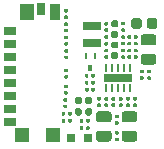
<source format=gbr>
%TF.GenerationSoftware,KiCad,Pcbnew,(5.1.6)-1*%
%TF.CreationDate,2021-06-02T19:48:48-07:00*%
%TF.ProjectId,Miniscope-v4-Wire-Free,4d696e69-7363-46f7-9065-2d76342d5769,rev?*%
%TF.SameCoordinates,Original*%
%TF.FileFunction,Paste,Top*%
%TF.FilePolarity,Positive*%
%FSLAX46Y46*%
G04 Gerber Fmt 4.6, Leading zero omitted, Abs format (unit mm)*
G04 Created by KiCad (PCBNEW (5.1.6)-1) date 2021-06-02 19:48:48*
%MOMM*%
%LPD*%
G01*
G04 APERTURE LIST*
%ADD10R,0.900000X1.400000*%
%ADD11R,0.700000X1.000000*%
%ADD12R,1.200000X1.450000*%
%ADD13R,1.000000X0.700000*%
%ADD14R,1.200000X1.150000*%
%ADD15R,2.390000X0.640000*%
%ADD16R,0.270000X0.640000*%
%ADD17R,0.300000X0.490000*%
%ADD18R,0.210000X0.490000*%
%ADD19R,1.500000X0.800000*%
%ADD20R,0.770000X0.710000*%
G04 APERTURE END LIST*
%TO.C,R11*%
G36*
G01*
X85105900Y-59065760D02*
X84920900Y-59065760D01*
G75*
G02*
X84843400Y-58988260I0J77500D01*
G01*
X84843400Y-58833260D01*
G75*
G02*
X84920900Y-58755760I77500J0D01*
G01*
X85105900Y-58755760D01*
G75*
G02*
X85183400Y-58833260I0J-77500D01*
G01*
X85183400Y-58988260D01*
G75*
G02*
X85105900Y-59065760I-77500J0D01*
G01*
G37*
G36*
G01*
X85105900Y-59615760D02*
X84920900Y-59615760D01*
G75*
G02*
X84843400Y-59538260I0J77500D01*
G01*
X84843400Y-59383260D01*
G75*
G02*
X84920900Y-59305760I77500J0D01*
G01*
X85105900Y-59305760D01*
G75*
G02*
X85183400Y-59383260I0J-77500D01*
G01*
X85183400Y-59538260D01*
G75*
G02*
X85105900Y-59615760I-77500J0D01*
G01*
G37*
%TD*%
%TO.C,C28*%
G36*
G01*
X89933500Y-61302800D02*
X89748500Y-61302800D01*
G75*
G02*
X89671000Y-61225300I0J77500D01*
G01*
X89671000Y-61070300D01*
G75*
G02*
X89748500Y-60992800I77500J0D01*
G01*
X89933500Y-60992800D01*
G75*
G02*
X90011000Y-61070300I0J-77500D01*
G01*
X90011000Y-61225300D01*
G75*
G02*
X89933500Y-61302800I-77500J0D01*
G01*
G37*
G36*
G01*
X89933500Y-61852800D02*
X89748500Y-61852800D01*
G75*
G02*
X89671000Y-61775300I0J77500D01*
G01*
X89671000Y-61620300D01*
G75*
G02*
X89748500Y-61542800I77500J0D01*
G01*
X89933500Y-61542800D01*
G75*
G02*
X90011000Y-61620300I0J-77500D01*
G01*
X90011000Y-61775300D01*
G75*
G02*
X89933500Y-61852800I-77500J0D01*
G01*
G37*
%TD*%
%TO.C,R14*%
G36*
G01*
X84945800Y-67527900D02*
X84945800Y-67712900D01*
G75*
G02*
X84868300Y-67790400I-77500J0D01*
G01*
X84713300Y-67790400D01*
G75*
G02*
X84635800Y-67712900I0J77500D01*
G01*
X84635800Y-67527900D01*
G75*
G02*
X84713300Y-67450400I77500J0D01*
G01*
X84868300Y-67450400D01*
G75*
G02*
X84945800Y-67527900I0J-77500D01*
G01*
G37*
G36*
G01*
X85495800Y-67527900D02*
X85495800Y-67712900D01*
G75*
G02*
X85418300Y-67790400I-77500J0D01*
G01*
X85263300Y-67790400D01*
G75*
G02*
X85185800Y-67712900I0J77500D01*
G01*
X85185800Y-67527900D01*
G75*
G02*
X85263300Y-67450400I77500J0D01*
G01*
X85418300Y-67450400D01*
G75*
G02*
X85495800Y-67527900I0J-77500D01*
G01*
G37*
%TD*%
%TO.C,R13*%
G36*
G01*
X84942000Y-68137500D02*
X84942000Y-68322500D01*
G75*
G02*
X84864500Y-68400000I-77500J0D01*
G01*
X84709500Y-68400000D01*
G75*
G02*
X84632000Y-68322500I0J77500D01*
G01*
X84632000Y-68137500D01*
G75*
G02*
X84709500Y-68060000I77500J0D01*
G01*
X84864500Y-68060000D01*
G75*
G02*
X84942000Y-68137500I0J-77500D01*
G01*
G37*
G36*
G01*
X85492000Y-68137500D02*
X85492000Y-68322500D01*
G75*
G02*
X85414500Y-68400000I-77500J0D01*
G01*
X85259500Y-68400000D01*
G75*
G02*
X85182000Y-68322500I0J77500D01*
G01*
X85182000Y-68137500D01*
G75*
G02*
X85259500Y-68060000I77500J0D01*
G01*
X85414500Y-68060000D01*
G75*
G02*
X85492000Y-68137500I0J-77500D01*
G01*
G37*
%TD*%
%TO.C,R12*%
G36*
G01*
X84915820Y-60438600D02*
X85100820Y-60438600D01*
G75*
G02*
X85178320Y-60516100I0J-77500D01*
G01*
X85178320Y-60671100D01*
G75*
G02*
X85100820Y-60748600I-77500J0D01*
G01*
X84915820Y-60748600D01*
G75*
G02*
X84838320Y-60671100I0J77500D01*
G01*
X84838320Y-60516100D01*
G75*
G02*
X84915820Y-60438600I77500J0D01*
G01*
G37*
G36*
G01*
X84915820Y-59888600D02*
X85100820Y-59888600D01*
G75*
G02*
X85178320Y-59966100I0J-77500D01*
G01*
X85178320Y-60121100D01*
G75*
G02*
X85100820Y-60198600I-77500J0D01*
G01*
X84915820Y-60198600D01*
G75*
G02*
X84838320Y-60121100I0J77500D01*
G01*
X84838320Y-59966100D01*
G75*
G02*
X84915820Y-59888600I77500J0D01*
G01*
G37*
%TD*%
%TO.C,C35*%
G36*
G01*
X88959800Y-62416000D02*
X89299800Y-62416000D01*
G75*
G02*
X89444800Y-62561000I0J-145000D01*
G01*
X89444800Y-62851000D01*
G75*
G02*
X89299800Y-62996000I-145000J0D01*
G01*
X88959800Y-62996000D01*
G75*
G02*
X88814800Y-62851000I0J145000D01*
G01*
X88814800Y-62561000D01*
G75*
G02*
X88959800Y-62416000I145000J0D01*
G01*
G37*
G36*
G01*
X88959800Y-61526000D02*
X89299800Y-61526000D01*
G75*
G02*
X89444800Y-61671000I0J-145000D01*
G01*
X89444800Y-61961000D01*
G75*
G02*
X89299800Y-62106000I-145000J0D01*
G01*
X88959800Y-62106000D01*
G75*
G02*
X88814800Y-61961000I0J145000D01*
G01*
X88814800Y-61671000D01*
G75*
G02*
X88959800Y-61526000I145000J0D01*
G01*
G37*
%TD*%
%TO.C,L3*%
G36*
G01*
X91408400Y-59750900D02*
X91408400Y-60225900D01*
G75*
G02*
X91185900Y-60448400I-222500J0D01*
G01*
X90740900Y-60448400D01*
G75*
G02*
X90518400Y-60225900I0J222500D01*
G01*
X90518400Y-59750900D01*
G75*
G02*
X90740900Y-59528400I222500J0D01*
G01*
X91185900Y-59528400D01*
G75*
G02*
X91408400Y-59750900I0J-222500D01*
G01*
G37*
G36*
G01*
X92738400Y-59750900D02*
X92738400Y-60225900D01*
G75*
G02*
X92515900Y-60448400I-222500J0D01*
G01*
X92070900Y-60448400D01*
G75*
G02*
X91848400Y-60225900I0J222500D01*
G01*
X91848400Y-59750900D01*
G75*
G02*
X92070900Y-59528400I222500J0D01*
G01*
X92515900Y-59528400D01*
G75*
G02*
X92738400Y-59750900I0J-222500D01*
G01*
G37*
%TD*%
%TO.C,C26*%
G36*
G01*
X88959800Y-60625800D02*
X89299800Y-60625800D01*
G75*
G02*
X89444800Y-60770800I0J-145000D01*
G01*
X89444800Y-61060800D01*
G75*
G02*
X89299800Y-61205800I-145000J0D01*
G01*
X88959800Y-61205800D01*
G75*
G02*
X88814800Y-61060800I0J145000D01*
G01*
X88814800Y-60770800D01*
G75*
G02*
X88959800Y-60625800I145000J0D01*
G01*
G37*
G36*
G01*
X88959800Y-59735800D02*
X89299800Y-59735800D01*
G75*
G02*
X89444800Y-59880800I0J-145000D01*
G01*
X89444800Y-60170800D01*
G75*
G02*
X89299800Y-60315800I-145000J0D01*
G01*
X88959800Y-60315800D01*
G75*
G02*
X88814800Y-60170800I0J145000D01*
G01*
X88814800Y-59880800D01*
G75*
G02*
X88959800Y-59735800I145000J0D01*
G01*
G37*
%TD*%
D10*
%TO.C,J1*%
X84040000Y-59000000D03*
D11*
X82890000Y-58800000D03*
D12*
X81740000Y-59025000D03*
D13*
X80250000Y-60650000D03*
X80250000Y-61750000D03*
X80250000Y-67250000D03*
X80250000Y-66150000D03*
X80250000Y-62850000D03*
X80250000Y-63950000D03*
X80250000Y-65050000D03*
X80250000Y-68350000D03*
D14*
X81300000Y-69425000D03*
X83890000Y-69425000D03*
%TD*%
D15*
%TO.C,U3*%
X89434600Y-64597800D03*
D16*
X90434600Y-65437800D03*
X89934600Y-65437800D03*
X89434600Y-65437800D03*
X88934600Y-65437800D03*
X88434600Y-65437800D03*
X88434600Y-63757800D03*
X88934600Y-63757800D03*
X89434600Y-63757800D03*
X89934600Y-63757800D03*
X90434600Y-63757800D03*
%TD*%
%TO.C,L1*%
G36*
G01*
X88642900Y-69997600D02*
X87787900Y-69997600D01*
G75*
G02*
X87555400Y-69765100I0J232500D01*
G01*
X87555400Y-69300100D01*
G75*
G02*
X87787900Y-69067600I232500J0D01*
G01*
X88642900Y-69067600D01*
G75*
G02*
X88875400Y-69300100I0J-232500D01*
G01*
X88875400Y-69765100D01*
G75*
G02*
X88642900Y-69997600I-232500J0D01*
G01*
G37*
G36*
G01*
X88642900Y-68357600D02*
X87787900Y-68357600D01*
G75*
G02*
X87555400Y-68125100I0J232500D01*
G01*
X87555400Y-67660100D01*
G75*
G02*
X87787900Y-67427600I232500J0D01*
G01*
X88642900Y-67427600D01*
G75*
G02*
X88875400Y-67660100I0J-232500D01*
G01*
X88875400Y-68125100D01*
G75*
G02*
X88642900Y-68357600I-232500J0D01*
G01*
G37*
%TD*%
%TO.C,C19*%
G36*
G01*
X90466900Y-61302800D02*
X90281900Y-61302800D01*
G75*
G02*
X90204400Y-61225300I0J77500D01*
G01*
X90204400Y-61070300D01*
G75*
G02*
X90281900Y-60992800I77500J0D01*
G01*
X90466900Y-60992800D01*
G75*
G02*
X90544400Y-61070300I0J-77500D01*
G01*
X90544400Y-61225300D01*
G75*
G02*
X90466900Y-61302800I-77500J0D01*
G01*
G37*
G36*
G01*
X90466900Y-61852800D02*
X90281900Y-61852800D01*
G75*
G02*
X90204400Y-61775300I0J77500D01*
G01*
X90204400Y-61620300D01*
G75*
G02*
X90281900Y-61542800I77500J0D01*
G01*
X90466900Y-61542800D01*
G75*
G02*
X90544400Y-61620300I0J-77500D01*
G01*
X90544400Y-61775300D01*
G75*
G02*
X90466900Y-61852800I-77500J0D01*
G01*
G37*
%TD*%
%TO.C,C24*%
G36*
G01*
X89748500Y-60395400D02*
X89933500Y-60395400D01*
G75*
G02*
X90011000Y-60472900I0J-77500D01*
G01*
X90011000Y-60627900D01*
G75*
G02*
X89933500Y-60705400I-77500J0D01*
G01*
X89748500Y-60705400D01*
G75*
G02*
X89671000Y-60627900I0J77500D01*
G01*
X89671000Y-60472900D01*
G75*
G02*
X89748500Y-60395400I77500J0D01*
G01*
G37*
G36*
G01*
X89748500Y-59845400D02*
X89933500Y-59845400D01*
G75*
G02*
X90011000Y-59922900I0J-77500D01*
G01*
X90011000Y-60077900D01*
G75*
G02*
X89933500Y-60155400I-77500J0D01*
G01*
X89748500Y-60155400D01*
G75*
G02*
X89671000Y-60077900I0J77500D01*
G01*
X89671000Y-59922900D01*
G75*
G02*
X89748500Y-59845400I77500J0D01*
G01*
G37*
%TD*%
%TO.C,L5*%
G36*
G01*
X92415740Y-61853360D02*
X91560740Y-61853360D01*
G75*
G02*
X91328240Y-61620860I0J232500D01*
G01*
X91328240Y-61155860D01*
G75*
G02*
X91560740Y-60923360I232500J0D01*
G01*
X92415740Y-60923360D01*
G75*
G02*
X92648240Y-61155860I0J-232500D01*
G01*
X92648240Y-61620860D01*
G75*
G02*
X92415740Y-61853360I-232500J0D01*
G01*
G37*
G36*
G01*
X92415740Y-63493360D02*
X91560740Y-63493360D01*
G75*
G02*
X91328240Y-63260860I0J232500D01*
G01*
X91328240Y-62795860D01*
G75*
G02*
X91560740Y-62563360I232500J0D01*
G01*
X92415740Y-62563360D01*
G75*
G02*
X92648240Y-62795860I0J-232500D01*
G01*
X92648240Y-63260860D01*
G75*
G02*
X92415740Y-63493360I-232500J0D01*
G01*
G37*
%TD*%
%TO.C,C23*%
G36*
G01*
X91000300Y-61302800D02*
X90815300Y-61302800D01*
G75*
G02*
X90737800Y-61225300I0J77500D01*
G01*
X90737800Y-61070300D01*
G75*
G02*
X90815300Y-60992800I77500J0D01*
G01*
X91000300Y-60992800D01*
G75*
G02*
X91077800Y-61070300I0J-77500D01*
G01*
X91077800Y-61225300D01*
G75*
G02*
X91000300Y-61302800I-77500J0D01*
G01*
G37*
G36*
G01*
X91000300Y-61852800D02*
X90815300Y-61852800D01*
G75*
G02*
X90737800Y-61775300I0J77500D01*
G01*
X90737800Y-61620300D01*
G75*
G02*
X90815300Y-61542800I77500J0D01*
G01*
X91000300Y-61542800D01*
G75*
G02*
X91077800Y-61620300I0J-77500D01*
G01*
X91077800Y-61775300D01*
G75*
G02*
X91000300Y-61852800I-77500J0D01*
G01*
G37*
%TD*%
%TO.C,C20*%
G36*
G01*
X88511100Y-60164200D02*
X88326100Y-60164200D01*
G75*
G02*
X88248600Y-60086700I0J77500D01*
G01*
X88248600Y-59931700D01*
G75*
G02*
X88326100Y-59854200I77500J0D01*
G01*
X88511100Y-59854200D01*
G75*
G02*
X88588600Y-59931700I0J-77500D01*
G01*
X88588600Y-60086700D01*
G75*
G02*
X88511100Y-60164200I-77500J0D01*
G01*
G37*
G36*
G01*
X88511100Y-60714200D02*
X88326100Y-60714200D01*
G75*
G02*
X88248600Y-60636700I0J77500D01*
G01*
X88248600Y-60481700D01*
G75*
G02*
X88326100Y-60404200I77500J0D01*
G01*
X88511100Y-60404200D01*
G75*
G02*
X88588600Y-60481700I0J-77500D01*
G01*
X88588600Y-60636700D01*
G75*
G02*
X88511100Y-60714200I-77500J0D01*
G01*
G37*
%TD*%
%TO.C,C18*%
G36*
G01*
X88511100Y-61307200D02*
X88326100Y-61307200D01*
G75*
G02*
X88248600Y-61229700I0J77500D01*
G01*
X88248600Y-61074700D01*
G75*
G02*
X88326100Y-60997200I77500J0D01*
G01*
X88511100Y-60997200D01*
G75*
G02*
X88588600Y-61074700I0J-77500D01*
G01*
X88588600Y-61229700D01*
G75*
G02*
X88511100Y-61307200I-77500J0D01*
G01*
G37*
G36*
G01*
X88511100Y-61857200D02*
X88326100Y-61857200D01*
G75*
G02*
X88248600Y-61779700I0J77500D01*
G01*
X88248600Y-61624700D01*
G75*
G02*
X88326100Y-61547200I77500J0D01*
G01*
X88511100Y-61547200D01*
G75*
G02*
X88588600Y-61624700I0J-77500D01*
G01*
X88588600Y-61779700D01*
G75*
G02*
X88511100Y-61857200I-77500J0D01*
G01*
G37*
%TD*%
%TO.C,C22*%
G36*
G01*
X89933500Y-62445800D02*
X89748500Y-62445800D01*
G75*
G02*
X89671000Y-62368300I0J77500D01*
G01*
X89671000Y-62213300D01*
G75*
G02*
X89748500Y-62135800I77500J0D01*
G01*
X89933500Y-62135800D01*
G75*
G02*
X90011000Y-62213300I0J-77500D01*
G01*
X90011000Y-62368300D01*
G75*
G02*
X89933500Y-62445800I-77500J0D01*
G01*
G37*
G36*
G01*
X89933500Y-62995800D02*
X89748500Y-62995800D01*
G75*
G02*
X89671000Y-62918300I0J77500D01*
G01*
X89671000Y-62763300D01*
G75*
G02*
X89748500Y-62685800I77500J0D01*
G01*
X89933500Y-62685800D01*
G75*
G02*
X90011000Y-62763300I0J-77500D01*
G01*
X90011000Y-62918300D01*
G75*
G02*
X89933500Y-62995800I-77500J0D01*
G01*
G37*
%TD*%
%TO.C,C29*%
G36*
G01*
X90815300Y-62685800D02*
X91000300Y-62685800D01*
G75*
G02*
X91077800Y-62763300I0J-77500D01*
G01*
X91077800Y-62918300D01*
G75*
G02*
X91000300Y-62995800I-77500J0D01*
G01*
X90815300Y-62995800D01*
G75*
G02*
X90737800Y-62918300I0J77500D01*
G01*
X90737800Y-62763300D01*
G75*
G02*
X90815300Y-62685800I77500J0D01*
G01*
G37*
G36*
G01*
X90815300Y-62135800D02*
X91000300Y-62135800D01*
G75*
G02*
X91077800Y-62213300I0J-77500D01*
G01*
X91077800Y-62368300D01*
G75*
G02*
X91000300Y-62445800I-77500J0D01*
G01*
X90815300Y-62445800D01*
G75*
G02*
X90737800Y-62368300I0J77500D01*
G01*
X90737800Y-62213300D01*
G75*
G02*
X90815300Y-62135800I77500J0D01*
G01*
G37*
%TD*%
%TO.C,C25*%
G36*
G01*
X90281900Y-62685800D02*
X90466900Y-62685800D01*
G75*
G02*
X90544400Y-62763300I0J-77500D01*
G01*
X90544400Y-62918300D01*
G75*
G02*
X90466900Y-62995800I-77500J0D01*
G01*
X90281900Y-62995800D01*
G75*
G02*
X90204400Y-62918300I0J77500D01*
G01*
X90204400Y-62763300D01*
G75*
G02*
X90281900Y-62685800I77500J0D01*
G01*
G37*
G36*
G01*
X90281900Y-62135800D02*
X90466900Y-62135800D01*
G75*
G02*
X90544400Y-62213300I0J-77500D01*
G01*
X90544400Y-62368300D01*
G75*
G02*
X90466900Y-62445800I-77500J0D01*
G01*
X90281900Y-62445800D01*
G75*
G02*
X90204400Y-62368300I0J77500D01*
G01*
X90204400Y-62213300D01*
G75*
G02*
X90281900Y-62135800I77500J0D01*
G01*
G37*
%TD*%
%TO.C,L2*%
G36*
G01*
X90801900Y-68357600D02*
X89946900Y-68357600D01*
G75*
G02*
X89714400Y-68125100I0J232500D01*
G01*
X89714400Y-67660100D01*
G75*
G02*
X89946900Y-67427600I232500J0D01*
G01*
X90801900Y-67427600D01*
G75*
G02*
X91034400Y-67660100I0J-232500D01*
G01*
X91034400Y-68125100D01*
G75*
G02*
X90801900Y-68357600I-232500J0D01*
G01*
G37*
G36*
G01*
X90801900Y-69997600D02*
X89946900Y-69997600D01*
G75*
G02*
X89714400Y-69765100I0J232500D01*
G01*
X89714400Y-69300100D01*
G75*
G02*
X89946900Y-69067600I232500J0D01*
G01*
X90801900Y-69067600D01*
G75*
G02*
X91034400Y-69300100I0J-232500D01*
G01*
X91034400Y-69765100D01*
G75*
G02*
X90801900Y-69997600I-232500J0D01*
G01*
G37*
%TD*%
%TO.C,R9*%
G36*
G01*
X86910500Y-64310800D02*
X86910500Y-64495800D01*
G75*
G02*
X86833000Y-64573300I-77500J0D01*
G01*
X86678000Y-64573300D01*
G75*
G02*
X86600500Y-64495800I0J77500D01*
G01*
X86600500Y-64310800D01*
G75*
G02*
X86678000Y-64233300I77500J0D01*
G01*
X86833000Y-64233300D01*
G75*
G02*
X86910500Y-64310800I0J-77500D01*
G01*
G37*
G36*
G01*
X87460500Y-64310800D02*
X87460500Y-64495800D01*
G75*
G02*
X87383000Y-64573300I-77500J0D01*
G01*
X87228000Y-64573300D01*
G75*
G02*
X87150500Y-64495800I0J77500D01*
G01*
X87150500Y-64310800D01*
G75*
G02*
X87228000Y-64233300I77500J0D01*
G01*
X87383000Y-64233300D01*
G75*
G02*
X87460500Y-64310800I0J-77500D01*
G01*
G37*
%TD*%
%TO.C,R6*%
G36*
G01*
X89730300Y-66522500D02*
X89545300Y-66522500D01*
G75*
G02*
X89467800Y-66445000I0J77500D01*
G01*
X89467800Y-66290000D01*
G75*
G02*
X89545300Y-66212500I77500J0D01*
G01*
X89730300Y-66212500D01*
G75*
G02*
X89807800Y-66290000I0J-77500D01*
G01*
X89807800Y-66445000D01*
G75*
G02*
X89730300Y-66522500I-77500J0D01*
G01*
G37*
G36*
G01*
X89730300Y-67072500D02*
X89545300Y-67072500D01*
G75*
G02*
X89467800Y-66995000I0J77500D01*
G01*
X89467800Y-66840000D01*
G75*
G02*
X89545300Y-66762500I77500J0D01*
G01*
X89730300Y-66762500D01*
G75*
G02*
X89807800Y-66840000I0J-77500D01*
G01*
X89807800Y-66995000D01*
G75*
G02*
X89730300Y-67072500I-77500J0D01*
G01*
G37*
%TD*%
%TO.C,R5*%
G36*
G01*
X89119100Y-66522500D02*
X88934100Y-66522500D01*
G75*
G02*
X88856600Y-66445000I0J77500D01*
G01*
X88856600Y-66290000D01*
G75*
G02*
X88934100Y-66212500I77500J0D01*
G01*
X89119100Y-66212500D01*
G75*
G02*
X89196600Y-66290000I0J-77500D01*
G01*
X89196600Y-66445000D01*
G75*
G02*
X89119100Y-66522500I-77500J0D01*
G01*
G37*
G36*
G01*
X89119100Y-67072500D02*
X88934100Y-67072500D01*
G75*
G02*
X88856600Y-66995000I0J77500D01*
G01*
X88856600Y-66840000D01*
G75*
G02*
X88934100Y-66762500I77500J0D01*
G01*
X89119100Y-66762500D01*
G75*
G02*
X89196600Y-66840000I0J-77500D01*
G01*
X89196600Y-66995000D01*
G75*
G02*
X89119100Y-67072500I-77500J0D01*
G01*
G37*
%TD*%
%TO.C,R4*%
G36*
G01*
X90339900Y-66522500D02*
X90154900Y-66522500D01*
G75*
G02*
X90077400Y-66445000I0J77500D01*
G01*
X90077400Y-66290000D01*
G75*
G02*
X90154900Y-66212500I77500J0D01*
G01*
X90339900Y-66212500D01*
G75*
G02*
X90417400Y-66290000I0J-77500D01*
G01*
X90417400Y-66445000D01*
G75*
G02*
X90339900Y-66522500I-77500J0D01*
G01*
G37*
G36*
G01*
X90339900Y-67072500D02*
X90154900Y-67072500D01*
G75*
G02*
X90077400Y-66995000I0J77500D01*
G01*
X90077400Y-66840000D01*
G75*
G02*
X90154900Y-66762500I77500J0D01*
G01*
X90339900Y-66762500D01*
G75*
G02*
X90417400Y-66840000I0J-77500D01*
G01*
X90417400Y-66995000D01*
G75*
G02*
X90339900Y-67072500I-77500J0D01*
G01*
G37*
%TD*%
%TO.C,R3*%
G36*
G01*
X88511100Y-66522500D02*
X88326100Y-66522500D01*
G75*
G02*
X88248600Y-66445000I0J77500D01*
G01*
X88248600Y-66290000D01*
G75*
G02*
X88326100Y-66212500I77500J0D01*
G01*
X88511100Y-66212500D01*
G75*
G02*
X88588600Y-66290000I0J-77500D01*
G01*
X88588600Y-66445000D01*
G75*
G02*
X88511100Y-66522500I-77500J0D01*
G01*
G37*
G36*
G01*
X88511100Y-67072500D02*
X88326100Y-67072500D01*
G75*
G02*
X88248600Y-66995000I0J77500D01*
G01*
X88248600Y-66840000D01*
G75*
G02*
X88326100Y-66762500I77500J0D01*
G01*
X88511100Y-66762500D01*
G75*
G02*
X88588600Y-66840000I0J-77500D01*
G01*
X88588600Y-66995000D01*
G75*
G02*
X88511100Y-67072500I-77500J0D01*
G01*
G37*
%TD*%
%TO.C,R2*%
G36*
G01*
X86706000Y-68935900D02*
X86706000Y-68750900D01*
G75*
G02*
X86783500Y-68673400I77500J0D01*
G01*
X86938500Y-68673400D01*
G75*
G02*
X87016000Y-68750900I0J-77500D01*
G01*
X87016000Y-68935900D01*
G75*
G02*
X86938500Y-69013400I-77500J0D01*
G01*
X86783500Y-69013400D01*
G75*
G02*
X86706000Y-68935900I0J77500D01*
G01*
G37*
G36*
G01*
X86156000Y-68935900D02*
X86156000Y-68750900D01*
G75*
G02*
X86233500Y-68673400I77500J0D01*
G01*
X86388500Y-68673400D01*
G75*
G02*
X86466000Y-68750900I0J-77500D01*
G01*
X86466000Y-68935900D01*
G75*
G02*
X86388500Y-69013400I-77500J0D01*
G01*
X86233500Y-69013400D01*
G75*
G02*
X86156000Y-68935900I0J77500D01*
G01*
G37*
%TD*%
%TO.C,R1*%
G36*
G01*
X87016000Y-68137500D02*
X87016000Y-68322500D01*
G75*
G02*
X86938500Y-68400000I-77500J0D01*
G01*
X86783500Y-68400000D01*
G75*
G02*
X86706000Y-68322500I0J77500D01*
G01*
X86706000Y-68137500D01*
G75*
G02*
X86783500Y-68060000I77500J0D01*
G01*
X86938500Y-68060000D01*
G75*
G02*
X87016000Y-68137500I0J-77500D01*
G01*
G37*
G36*
G01*
X86466000Y-68137500D02*
X86466000Y-68322500D01*
G75*
G02*
X86388500Y-68400000I-77500J0D01*
G01*
X86233500Y-68400000D01*
G75*
G02*
X86156000Y-68322500I0J77500D01*
G01*
X86156000Y-68137500D01*
G75*
G02*
X86233500Y-68060000I77500J0D01*
G01*
X86388500Y-68060000D01*
G75*
G02*
X86466000Y-68137500I0J-77500D01*
G01*
G37*
%TD*%
%TO.C,R10*%
G36*
G01*
X86923200Y-65491900D02*
X86923200Y-65676900D01*
G75*
G02*
X86845700Y-65754400I-77500J0D01*
G01*
X86690700Y-65754400D01*
G75*
G02*
X86613200Y-65676900I0J77500D01*
G01*
X86613200Y-65491900D01*
G75*
G02*
X86690700Y-65414400I77500J0D01*
G01*
X86845700Y-65414400D01*
G75*
G02*
X86923200Y-65491900I0J-77500D01*
G01*
G37*
G36*
G01*
X87473200Y-65491900D02*
X87473200Y-65676900D01*
G75*
G02*
X87395700Y-65754400I-77500J0D01*
G01*
X87240700Y-65754400D01*
G75*
G02*
X87163200Y-65676900I0J77500D01*
G01*
X87163200Y-65491900D01*
G75*
G02*
X87240700Y-65414400I77500J0D01*
G01*
X87395700Y-65414400D01*
G75*
G02*
X87473200Y-65491900I0J-77500D01*
G01*
G37*
%TD*%
%TO.C,C13*%
G36*
G01*
X91517200Y-64219800D02*
X91332200Y-64219800D01*
G75*
G02*
X91254700Y-64142300I0J77500D01*
G01*
X91254700Y-63987300D01*
G75*
G02*
X91332200Y-63909800I77500J0D01*
G01*
X91517200Y-63909800D01*
G75*
G02*
X91594700Y-63987300I0J-77500D01*
G01*
X91594700Y-64142300D01*
G75*
G02*
X91517200Y-64219800I-77500J0D01*
G01*
G37*
G36*
G01*
X91517200Y-64769800D02*
X91332200Y-64769800D01*
G75*
G02*
X91254700Y-64692300I0J77500D01*
G01*
X91254700Y-64537300D01*
G75*
G02*
X91332200Y-64459800I77500J0D01*
G01*
X91517200Y-64459800D01*
G75*
G02*
X91594700Y-64537300I0J-77500D01*
G01*
X91594700Y-64692300D01*
G75*
G02*
X91517200Y-64769800I-77500J0D01*
G01*
G37*
%TD*%
%TO.C,C3*%
G36*
G01*
X87899900Y-66523200D02*
X87714900Y-66523200D01*
G75*
G02*
X87637400Y-66445700I0J77500D01*
G01*
X87637400Y-66290700D01*
G75*
G02*
X87714900Y-66213200I77500J0D01*
G01*
X87899900Y-66213200D01*
G75*
G02*
X87977400Y-66290700I0J-77500D01*
G01*
X87977400Y-66445700D01*
G75*
G02*
X87899900Y-66523200I-77500J0D01*
G01*
G37*
G36*
G01*
X87899900Y-67073200D02*
X87714900Y-67073200D01*
G75*
G02*
X87637400Y-66995700I0J77500D01*
G01*
X87637400Y-66840700D01*
G75*
G02*
X87714900Y-66763200I77500J0D01*
G01*
X87899900Y-66763200D01*
G75*
G02*
X87977400Y-66840700I0J-77500D01*
G01*
X87977400Y-66995700D01*
G75*
G02*
X87899900Y-67073200I-77500J0D01*
G01*
G37*
%TD*%
%TO.C,C1*%
G36*
G01*
X87223200Y-66332800D02*
X87223200Y-66672800D01*
G75*
G02*
X87078200Y-66817800I-145000J0D01*
G01*
X86788200Y-66817800D01*
G75*
G02*
X86643200Y-66672800I0J145000D01*
G01*
X86643200Y-66332800D01*
G75*
G02*
X86788200Y-66187800I145000J0D01*
G01*
X87078200Y-66187800D01*
G75*
G02*
X87223200Y-66332800I0J-145000D01*
G01*
G37*
G36*
G01*
X86333200Y-66332800D02*
X86333200Y-66672800D01*
G75*
G02*
X86188200Y-66817800I-145000J0D01*
G01*
X85898200Y-66817800D01*
G75*
G02*
X85753200Y-66672800I0J145000D01*
G01*
X85753200Y-66332800D01*
G75*
G02*
X85898200Y-66187800I145000J0D01*
G01*
X86188200Y-66187800D01*
G75*
G02*
X86333200Y-66332800I0J-145000D01*
G01*
G37*
%TD*%
D17*
%TO.C,Q1*%
X87072400Y-63756600D03*
D18*
X86672400Y-62746600D03*
X87472400Y-62746600D03*
%TD*%
%TO.C,C2*%
G36*
G01*
X87223200Y-67298000D02*
X87223200Y-67638000D01*
G75*
G02*
X87078200Y-67783000I-145000J0D01*
G01*
X86788200Y-67783000D01*
G75*
G02*
X86643200Y-67638000I0J145000D01*
G01*
X86643200Y-67298000D01*
G75*
G02*
X86788200Y-67153000I145000J0D01*
G01*
X87078200Y-67153000D01*
G75*
G02*
X87223200Y-67298000I0J-145000D01*
G01*
G37*
G36*
G01*
X86333200Y-67298000D02*
X86333200Y-67638000D01*
G75*
G02*
X86188200Y-67783000I-145000J0D01*
G01*
X85898200Y-67783000D01*
G75*
G02*
X85753200Y-67638000I0J145000D01*
G01*
X85753200Y-67298000D01*
G75*
G02*
X85898200Y-67153000I145000J0D01*
G01*
X86188200Y-67153000D01*
G75*
G02*
X86333200Y-67298000I0J-145000D01*
G01*
G37*
%TD*%
%TO.C,C5*%
G36*
G01*
X89400100Y-69955400D02*
X89215100Y-69955400D01*
G75*
G02*
X89137600Y-69877900I0J77500D01*
G01*
X89137600Y-69722900D01*
G75*
G02*
X89215100Y-69645400I77500J0D01*
G01*
X89400100Y-69645400D01*
G75*
G02*
X89477600Y-69722900I0J-77500D01*
G01*
X89477600Y-69877900D01*
G75*
G02*
X89400100Y-69955400I-77500J0D01*
G01*
G37*
G36*
G01*
X89400100Y-69405400D02*
X89215100Y-69405400D01*
G75*
G02*
X89137600Y-69327900I0J77500D01*
G01*
X89137600Y-69172900D01*
G75*
G02*
X89215100Y-69095400I77500J0D01*
G01*
X89400100Y-69095400D01*
G75*
G02*
X89477600Y-69172900I0J-77500D01*
G01*
X89477600Y-69327900D01*
G75*
G02*
X89400100Y-69405400I-77500J0D01*
G01*
G37*
%TD*%
%TO.C,C14*%
G36*
G01*
X86910500Y-64907700D02*
X86910500Y-65092700D01*
G75*
G02*
X86833000Y-65170200I-77500J0D01*
G01*
X86678000Y-65170200D01*
G75*
G02*
X86600500Y-65092700I0J77500D01*
G01*
X86600500Y-64907700D01*
G75*
G02*
X86678000Y-64830200I77500J0D01*
G01*
X86833000Y-64830200D01*
G75*
G02*
X86910500Y-64907700I0J-77500D01*
G01*
G37*
G36*
G01*
X87460500Y-64907700D02*
X87460500Y-65092700D01*
G75*
G02*
X87383000Y-65170200I-77500J0D01*
G01*
X87228000Y-65170200D01*
G75*
G02*
X87150500Y-65092700I0J77500D01*
G01*
X87150500Y-64907700D01*
G75*
G02*
X87228000Y-64830200I77500J0D01*
G01*
X87383000Y-64830200D01*
G75*
G02*
X87460500Y-64907700I0J-77500D01*
G01*
G37*
%TD*%
%TO.C,C4*%
G36*
G01*
X90949500Y-66522500D02*
X90764500Y-66522500D01*
G75*
G02*
X90687000Y-66445000I0J77500D01*
G01*
X90687000Y-66290000D01*
G75*
G02*
X90764500Y-66212500I77500J0D01*
G01*
X90949500Y-66212500D01*
G75*
G02*
X91027000Y-66290000I0J-77500D01*
G01*
X91027000Y-66445000D01*
G75*
G02*
X90949500Y-66522500I-77500J0D01*
G01*
G37*
G36*
G01*
X90949500Y-67072500D02*
X90764500Y-67072500D01*
G75*
G02*
X90687000Y-66995000I0J77500D01*
G01*
X90687000Y-66840000D01*
G75*
G02*
X90764500Y-66762500I77500J0D01*
G01*
X90949500Y-66762500D01*
G75*
G02*
X91027000Y-66840000I0J-77500D01*
G01*
X91027000Y-66995000D01*
G75*
G02*
X90949500Y-67072500I-77500J0D01*
G01*
G37*
%TD*%
D19*
%TO.C,Y2*%
X87250200Y-60164800D03*
X87250200Y-61664800D03*
%TD*%
%TO.C,C45*%
G36*
G01*
X84946300Y-62711200D02*
X85131300Y-62711200D01*
G75*
G02*
X85208800Y-62788700I0J-77500D01*
G01*
X85208800Y-62943700D01*
G75*
G02*
X85131300Y-63021200I-77500J0D01*
G01*
X84946300Y-63021200D01*
G75*
G02*
X84868800Y-62943700I0J77500D01*
G01*
X84868800Y-62788700D01*
G75*
G02*
X84946300Y-62711200I77500J0D01*
G01*
G37*
G36*
G01*
X84946300Y-62161200D02*
X85131300Y-62161200D01*
G75*
G02*
X85208800Y-62238700I0J-77500D01*
G01*
X85208800Y-62393700D01*
G75*
G02*
X85131300Y-62471200I-77500J0D01*
G01*
X84946300Y-62471200D01*
G75*
G02*
X84868800Y-62393700I0J77500D01*
G01*
X84868800Y-62238700D01*
G75*
G02*
X84946300Y-62161200I77500J0D01*
G01*
G37*
%TD*%
%TO.C,C42*%
G36*
G01*
X85105900Y-64122200D02*
X84920900Y-64122200D01*
G75*
G02*
X84843400Y-64044700I0J77500D01*
G01*
X84843400Y-63889700D01*
G75*
G02*
X84920900Y-63812200I77500J0D01*
G01*
X85105900Y-63812200D01*
G75*
G02*
X85183400Y-63889700I0J-77500D01*
G01*
X85183400Y-64044700D01*
G75*
G02*
X85105900Y-64122200I-77500J0D01*
G01*
G37*
G36*
G01*
X85105900Y-64672200D02*
X84920900Y-64672200D01*
G75*
G02*
X84843400Y-64594700I0J77500D01*
G01*
X84843400Y-64439700D01*
G75*
G02*
X84920900Y-64362200I77500J0D01*
G01*
X85105900Y-64362200D01*
G75*
G02*
X85183400Y-64439700I0J-77500D01*
G01*
X85183400Y-64594700D01*
G75*
G02*
X85105900Y-64672200I-77500J0D01*
G01*
G37*
%TD*%
%TO.C,C17*%
G36*
G01*
X88511100Y-62995800D02*
X88326100Y-62995800D01*
G75*
G02*
X88248600Y-62918300I0J77500D01*
G01*
X88248600Y-62763300D01*
G75*
G02*
X88326100Y-62685800I77500J0D01*
G01*
X88511100Y-62685800D01*
G75*
G02*
X88588600Y-62763300I0J-77500D01*
G01*
X88588600Y-62918300D01*
G75*
G02*
X88511100Y-62995800I-77500J0D01*
G01*
G37*
G36*
G01*
X88511100Y-62445800D02*
X88326100Y-62445800D01*
G75*
G02*
X88248600Y-62368300I0J77500D01*
G01*
X88248600Y-62213300D01*
G75*
G02*
X88326100Y-62135800I77500J0D01*
G01*
X88511100Y-62135800D01*
G75*
G02*
X88588600Y-62213300I0J-77500D01*
G01*
X88588600Y-62368300D01*
G75*
G02*
X88511100Y-62445800I-77500J0D01*
G01*
G37*
%TD*%
%TO.C,C47*%
G36*
G01*
X85055100Y-66611400D02*
X84870100Y-66611400D01*
G75*
G02*
X84792600Y-66533900I0J77500D01*
G01*
X84792600Y-66378900D01*
G75*
G02*
X84870100Y-66301400I77500J0D01*
G01*
X85055100Y-66301400D01*
G75*
G02*
X85132600Y-66378900I0J-77500D01*
G01*
X85132600Y-66533900D01*
G75*
G02*
X85055100Y-66611400I-77500J0D01*
G01*
G37*
G36*
G01*
X85055100Y-67161400D02*
X84870100Y-67161400D01*
G75*
G02*
X84792600Y-67083900I0J77500D01*
G01*
X84792600Y-66928900D01*
G75*
G02*
X84870100Y-66851400I77500J0D01*
G01*
X85055100Y-66851400D01*
G75*
G02*
X85132600Y-66928900I0J-77500D01*
G01*
X85132600Y-67083900D01*
G75*
G02*
X85055100Y-67161400I-77500J0D01*
G01*
G37*
%TD*%
%TO.C,C46*%
G36*
G01*
X85105900Y-61328200D02*
X84920900Y-61328200D01*
G75*
G02*
X84843400Y-61250700I0J77500D01*
G01*
X84843400Y-61095700D01*
G75*
G02*
X84920900Y-61018200I77500J0D01*
G01*
X85105900Y-61018200D01*
G75*
G02*
X85183400Y-61095700I0J-77500D01*
G01*
X85183400Y-61250700D01*
G75*
G02*
X85105900Y-61328200I-77500J0D01*
G01*
G37*
G36*
G01*
X85105900Y-61878200D02*
X84920900Y-61878200D01*
G75*
G02*
X84843400Y-61800700I0J77500D01*
G01*
X84843400Y-61645700D01*
G75*
G02*
X84920900Y-61568200I77500J0D01*
G01*
X85105900Y-61568200D01*
G75*
G02*
X85183400Y-61645700I0J-77500D01*
G01*
X85183400Y-61800700D01*
G75*
G02*
X85105900Y-61878200I-77500J0D01*
G01*
G37*
%TD*%
%TO.C,C43*%
G36*
G01*
X85080500Y-65468400D02*
X84895500Y-65468400D01*
G75*
G02*
X84818000Y-65390900I0J77500D01*
G01*
X84818000Y-65235900D01*
G75*
G02*
X84895500Y-65158400I77500J0D01*
G01*
X85080500Y-65158400D01*
G75*
G02*
X85158000Y-65235900I0J-77500D01*
G01*
X85158000Y-65390900D01*
G75*
G02*
X85080500Y-65468400I-77500J0D01*
G01*
G37*
G36*
G01*
X85080500Y-66018400D02*
X84895500Y-66018400D01*
G75*
G02*
X84818000Y-65940900I0J77500D01*
G01*
X84818000Y-65785900D01*
G75*
G02*
X84895500Y-65708400I77500J0D01*
G01*
X85080500Y-65708400D01*
G75*
G02*
X85158000Y-65785900I0J-77500D01*
G01*
X85158000Y-65940900D01*
G75*
G02*
X85080500Y-66018400I-77500J0D01*
G01*
G37*
%TD*%
%TO.C,C15*%
G36*
G01*
X91954500Y-63909800D02*
X92139500Y-63909800D01*
G75*
G02*
X92217000Y-63987300I0J-77500D01*
G01*
X92217000Y-64142300D01*
G75*
G02*
X92139500Y-64219800I-77500J0D01*
G01*
X91954500Y-64219800D01*
G75*
G02*
X91877000Y-64142300I0J77500D01*
G01*
X91877000Y-63987300D01*
G75*
G02*
X91954500Y-63909800I77500J0D01*
G01*
G37*
G36*
G01*
X91954500Y-64459800D02*
X92139500Y-64459800D01*
G75*
G02*
X92217000Y-64537300I0J-77500D01*
G01*
X92217000Y-64692300D01*
G75*
G02*
X92139500Y-64769800I-77500J0D01*
G01*
X91954500Y-64769800D01*
G75*
G02*
X91877000Y-64692300I0J77500D01*
G01*
X91877000Y-64537300D01*
G75*
G02*
X91954500Y-64459800I77500J0D01*
G01*
G37*
%TD*%
%TO.C,R20*%
G36*
G01*
X89396300Y-68029800D02*
X89211300Y-68029800D01*
G75*
G02*
X89133800Y-67952300I0J77500D01*
G01*
X89133800Y-67797300D01*
G75*
G02*
X89211300Y-67719800I77500J0D01*
G01*
X89396300Y-67719800D01*
G75*
G02*
X89473800Y-67797300I0J-77500D01*
G01*
X89473800Y-67952300D01*
G75*
G02*
X89396300Y-68029800I-77500J0D01*
G01*
G37*
G36*
G01*
X89396300Y-68579800D02*
X89211300Y-68579800D01*
G75*
G02*
X89133800Y-68502300I0J77500D01*
G01*
X89133800Y-68347300D01*
G75*
G02*
X89211300Y-68269800I77500J0D01*
G01*
X89396300Y-68269800D01*
G75*
G02*
X89473800Y-68347300I0J-77500D01*
G01*
X89473800Y-68502300D01*
G75*
G02*
X89396300Y-68579800I-77500J0D01*
G01*
G37*
%TD*%
D20*
%TO.C,D2*%
X85398800Y-69648400D03*
X86858800Y-69648400D03*
%TD*%
M02*

</source>
